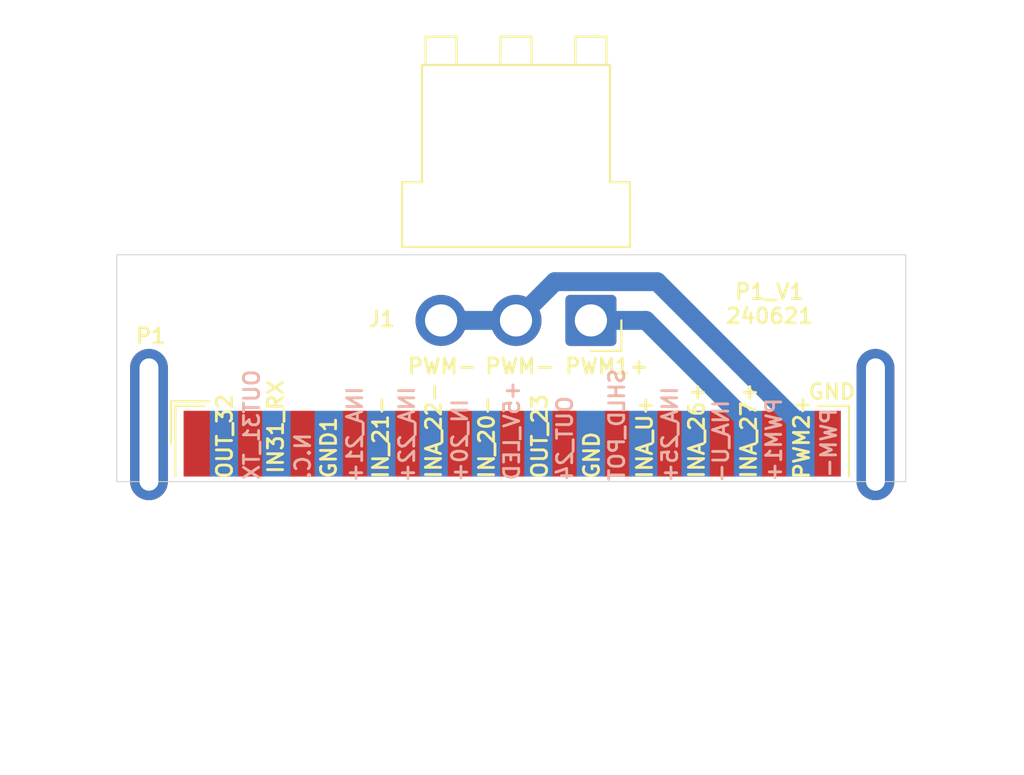
<source format=kicad_pcb>
(kicad_pcb (version 20221018) (generator pcbnew)
  (layers (0 "F.Cu" signal) (31 "B.Cu" signal) (34 "B.Paste" user) (35 "F.Paste" user) (36 "B.SilkS" user "B.Silkscreen") (37 "F.SilkS" user "F.Silkscreen") (38 "B.Mask" user) (39 "F.Mask" user) (44 "Edge.Cuts" user))
  (net 0 "")
  (net 1 "/OUT_32")
  (net 2 "/TX(OUT_31)")
  (net 3 "/(IN_31)_RX")
  (net 4 "/N.C.")
  (net 5 "/GND1(RX{slash}TX&OUT_32)")
  (net 6 "/IN_21+")
  (net 7 "/IN_21-")
  (net 8 "/INA_22+")
  (net 9 "/INA_22-")
  (net 10 "/IN_20+")
  (net 11 "/IN_20-")
  (net 12 "/+5V_LED")
  (net 13 "/OUT_23")
  (net 14 "/OUT_24")
  (net 15 "/GND(OUT_23&24)")
  (net 16 "/SHIELD_POT")
  (net 17 "/INA_U+")
  (net 18 "/(AUX)INA_25+")
  (net 19 "/INA_26+")
  (net 20 "/INA_U-")
  (net 21 "/INA_27+")
  (net 22 "/PWM1+")
  (net 23 "/(AUX)PWM2+")
  (net 24 "/PWM-")
  (net 25 "/GND1")
  (footprint "Connector_JST:JST_VH_B3PS-VH_1x03_P3.96mm_Horizontal" (layer "F.Cu") (at 129.06 81.775 180)
    (fp_text reference "J1" (at 11.06 0.075) (layer "F.SilkS") (effects (font (size 0.8 0.8))))
    (fp_text value "Conn_01x03_Pin")
    (fp_line (start -2.06 3.89) (end 9.98 3.89) (stroke (width 0.12)) (layer "F.SilkS"))
    (fp_line (start -2.06 7.31) (end -2.06 3.89) (stroke (width 0.12)) (layer "F.SilkS"))
    (fp_line (start -1.61 -1.61) (end -1.61 0) (stroke (width 0.12)) (layer "F.SilkS"))
    (fp_line (start -1.01 7.31) (end -2.06 7.31) (stroke (width 0.12)) (layer "F.SilkS"))
    (fp_line (start -1.01 13.51) (end -1.01 7.31) (stroke (width 0.12)) (layer "F.SilkS"))
    (fp_line (start -0.82 13.51) (end -0.82 15.01) (stroke (width 0.12)) (layer "F.SilkS"))
    (fp_line (start -0.82 15.01) (end 0.82 15.01) (stroke (width 0.12)) (layer "F.SilkS"))
    (fp_line (start 0 -1.61) (end -1.61 -1.61) (stroke (width 0.12)) (layer "F.SilkS"))
    (fp_line (start 0.82 15.01) (end 0.82 13.51) (stroke (width 0.12)) (layer "F.SilkS"))
    (fp_line (start 3.14 13.51) (end 3.14 15.01) (stroke (width 0.12)) (layer "F.SilkS"))
    (fp_line (start 3.14 15.01) (end 4.78 15.01) (stroke (width 0.12)) (layer "F.SilkS"))
    (fp_line (start 4.78 15.01) (end 4.78 13.51) (stroke (width 0.12)) (layer "F.SilkS"))
    (fp_line (start 7.1 13.51) (end 7.1 15.01) (stroke (width 0.12)) (layer "F.SilkS"))
    (fp_line (start 7.1 15.01) (end 8.74 15.01) (stroke (width 0.12)) (layer "F.SilkS"))
    (fp_line (start 8.74 15.01) (end 8.74 13.51) (stroke (width 0.12)) (layer "F.SilkS"))
    (fp_line (start 8.93 7.31) (end 8.93 13.51) (stroke (width 0.12)) (layer "F.SilkS"))
    (fp_line (start 8.93 13.51) (end -1.01 13.51) (stroke (width 0.12)) (layer "F.SilkS"))
    (fp_line (start 9.98 3.89) (end 9.98 7.31) (stroke (width 0.12)) (layer "F.SilkS"))
    (fp_line (start 9.98 7.31) (end 8.93 7.31) (stroke (width 0.12)) (layer "F.SilkS"))
    (pad "1" thru_hole roundrect (at 0 0 180) (size 2.7 2.7) (drill 1.7) (layers "*.Cu" "*.Mask") (roundrect_rratio 0.092593) (net 22 "/PWM1+"))
    (pad "2" thru_hole circle (at 3.96 0 180) (size 2.7 2.7) (drill 1.7) (layers "*.Cu" "*.Mask") (net 24 "/PWM-"))
    (pad "3" thru_hole circle (at 7.92 0 180) (size 2.7 2.7) (drill 1.7) (layers "*.Cu" "*.Mask") (net 24 "/PWM-"))
  )
  (footprint "Connector_Dsub:DSUB-25_Male_EdgeMount_P2.77mm_1" (layer "F.Cu") (at 124.9 88.2925)
    (fp_text reference "P1" (at -19.1 -5.6925) (layer "F.SilkS") (effects (font (size 0.8 0.8))))
    (fp_text value "DB25_Male")
    (fp_line (start -18.043333 -2.24) (end -16 -2.24) (stroke (width 0.12)) (layer "F.SilkS"))
    (fp_line (start -18.043333 0) (end -18.043333 -2.24) (stroke (width 0.12)) (layer "F.SilkS"))
    (fp_line (start -17.803333 -2) (end -17.803333 1.74) (stroke (width 0.12)) (layer "F.SilkS"))
    (fp_line (start -16.3 -2) (end -17.803333 -2) (stroke (width 0.12)) (layer "F.SilkS"))
    (fp_line (start 17.803333 -2) (end 16.2 -2) (stroke (width 0.12)) (layer "F.SilkS"))
    (fp_line (start 17.803333 1.74) (end 17.803333 -2) (stroke (width 0.12)) (layer "F.SilkS"))
    (pad "0" thru_hole oval (at -19.2 -1.01) (size 2 8) (drill oval 1 7) (layers "*.Cu" "*.Mask"))
    (pad "0" thru_hole oval (at 19.2 -1.01) (size 2 8) (drill oval 1 7) (layers "*.Cu" "*.Mask"))
    (pad "1" smd rect (at -16.62 0) (size 1.5 3.48) (layers "F.Cu" "F.Paste" "F.Mask") (net 1 "/OUT_32"))
    (pad "2" smd rect (at -13.85 0) (size 1.5 3.48) (layers "F.Cu" "F.Paste" "F.Mask") (net 3 "/(IN_31)_RX"))
    (pad "3" smd rect (at -11.08 0) (size 1.5 3.48) (layers "F.Cu" "F.Paste" "F.Mask") (net 5 "/GND1(RX{slash}TX&OUT_32)"))
    (pad "4" smd rect (at -8.31 0) (size 1.5 3.48) (layers "F.Cu" "F.Paste" "F.Mask") (net 7 "/IN_21-"))
    (pad "5" smd rect (at -5.54 0) (size 1.5 3.48) (layers "F.Cu" "F.Paste" "F.Mask") (net 9 "/INA_22-"))
    (pad "6" smd rect (at -2.77 0) (size 1.5 3.48) (layers "F.Cu" "F.Paste" "F.Mask") (net 11 "/IN_20-"))
    (pad "7" smd rect (at 0 0) (size 1.5 3.48) (layers "F.Cu" "F.Paste" "F.Mask") (net 13 "/OUT_23"))
    (pad "8" smd rect (at 2.77 0) (size 1.5 3.48) (layers "F.Cu" "F.Paste" "F.Mask") (net 15 "/GND(OUT_23&24)"))
    (pad "9" smd rect (at 5.54 0) (size 1.5 3.48) (layers "F.Cu" "F.Paste" "F.Mask") (net 17 "/INA_U+"))
    (pad "10" smd rect (at 8.31 0) (size 1.5 3.48) (layers "F.Cu" "F.Paste" "F.Mask") (net 19 "/INA_26+"))
    (pad "11" smd rect (at 11.08 0) (size 1.5 3.48) (layers "F.Cu" "F.Paste" "F.Mask") (net 21 "/INA_27+"))
    (pad "12" smd rect (at 13.85 0) (size 1.5 3.48) (layers "F.Cu" "F.Paste" "F.Mask") (net 23 "/(AUX)PWM2+"))
    (pad "13" smd rect (at 16.62 0) (size 1.5 3.48) (layers "F.Cu" "F.Paste" "F.Mask") (net 25 "/GND1"))
    (pad "14" smd rect (at -15.235 0) (size 1.5 3.48) (layers "B.Cu" "B.Paste" "B.Mask") (net 2 "/TX(OUT_31)"))
    (pad "15" smd rect (at -12.465 0) (size 1.5 3.48) (layers "B.Cu" "B.Paste" "B.Mask") (net 4 "/N.C."))
    (pad "16" smd rect (at -9.695 0) (size 1.5 3.48) (layers "B.Cu" "B.Paste" "B.Mask") (net 6 "/IN_21+"))
    (pad "17" smd rect (at -6.925 0) (size 1.5 3.48) (layers "B.Cu" "B.Paste" "B.Mask") (net 8 "/INA_22+"))
    (pad "18" smd rect (at -4.155 0) (size 1.5 3.48) (layers "B.Cu" "B.Paste" "B.Mask") (net 10 "/IN_20+"))
    (pad "19" smd rect (at -1.385 0) (size 1.5 3.48) (layers "B.Cu" "B.Paste" "B.Mask") (net 12 "/+5V_LED"))
    (pad "20" smd rect (at 1.385 0) (size 1.5 3.48) (layers "B.Cu" "B.Paste" "B.Mask") (net 14 "/OUT_24"))
    (pad "21" smd rect (at 4.155 0) (size 1.5 3.48) (layers "B.Cu" "B.Paste" "B.Mask") (net 16 "/SHIELD_POT"))
    (pad "22" smd rect (at 6.925 0) (size 1.5 3.48) (layers "B.Cu" "B.Paste" "B.Mask") (net 18 "/(AUX)INA_25+"))
    (pad "23" smd rect (at 9.695 0) (size 1.5 3.48) (layers "B.Cu" "B.Paste" "B.Mask") (net 20 "/INA_U-"))
    (pad "24" smd rect (at 12.465 0) (size 1.5 3.48) (layers "B.Cu" "B.Paste" "B.Mask") (net 22 "/PWM1+"))
    (pad "25" smd rect (at 15.235 0) (size 1.5 3.48) (layers "B.Cu" "B.Paste" "B.Mask") (net 24 "/PWM-"))
  )
  (gr_rect (start 104 78.3) (end 145.7 90.3) (stroke (width 0.05)) (fill none) (layer "Edge.Cuts"))
  (gr_text "IN_20+" (at 122.6 85.85 90) (layer "B.SilkS") (effects (font (size 0.8 0.8) (thickness 0.15) bold) (justify left bottom mirror)))
  (gr_text "INA_21+" (at 117.05 85.2 90) (layer "B.SilkS") (effects (font (size 0.8 0.8) (thickness 0.15) bold) (justify left bottom mirror)))
  (gr_text "N.C." (at 114.3 87.65 90) (layer "B.SilkS") (effects (font (size 0.8 0.8) (thickness 0.15) bold) (justify left bottom mirror)))
  (gr_text "INA_25+" (at 133.7 85.2 90) (layer "B.SilkS") (effects (font (size 0.8 0.8) (thickness 0.15) bold) (justify left bottom mirror)))
  (gr_text "OUT_24" (at 128.15 85.7 90) (layer "B.SilkS") (effects (font (size 0.8 0.8) (thickness 0.15) bold) (justify left bottom mirror)))
  (gr_text "SHLD_POT" (at 130.9 84.25 90) (layer "B.SilkS") (effects (font (size 0.8 0.8) (thickness 0.15) bold) (justify left bottom mirror)))
  (gr_text "OUT31_TX" (at 111.6 84.3 90) (layer "B.SilkS") (effects (font (size 0.8 0.8) (thickness 0.15) bold) (justify left bottom mirror)))
  (gr_text "INA_22+" (at 119.8 85.2 90) (layer "B.SilkS") (effects (font (size 0.8 0.8) (thickness 0.15) bold) (justify left bottom mirror)))
  (gr_text "INA_U-" (at 136.4 85.9 90) (layer "B.SilkS") (effects (font (size 0.8 0.8) (thickness 0.15) bold) (justify left bottom mirror)))
  (gr_text "+5V_LED" (at 125.35 84.9 90) (layer "B.SilkS") (effects (font (size 0.8 0.8) (thickness 0.15) bold) (justify left bottom mirror)))
  (gr_text "PWM1+" (at 139.2 85.8 90) (layer "B.SilkS") (effects (font (size 0.8 0.8) (thickness 0.15) bold) (justify left bottom mirror)))
  (gr_text "PWM-" (at 142.1 86.35 90) (layer "B.SilkS") (effects (font (size 0.8 0.8) (thickness 0.15) bold) (justify left bottom mirror)))
  (gr_text "PWM-" (at 121.2 84.2) (layer "F.SilkS") (effects (font (size 0.8 0.8))))
  (gr_text "PWM1+" (at 129.9 84.2) (layer "F.SilkS") (effects (font (size 0.8 0.8))))
  (gr_text "PWM2+" (at 140.2 87.95 90) (layer "F.SilkS") (effects (font (size 0.8 0.8))))
  (gr_text "INA_26+" (at 134.65 87.6 90) (layer "F.SilkS") (effects (font (size 0.8 0.8))))
  (gr_text "OUT_23" (at 126.35 87.9 90) (layer "F.SilkS") (effects (font (size 0.8 0.8))))
  (gr_text "P1_V1\n240621" (at 138.5 80.9) (layer "F.SilkS") (effects (font (size 0.8 0.8))))
  (gr_text "GND" (at 129.1 88.9 90) (layer "F.SilkS") (effects (font (size 0.8 0.8))))
  (gr_text "INA_22-" (at 120.75 87.6 90) (layer "F.SilkS") (effects (font (size 0.8 0.8))))
  (gr_text "INA_27+" (at 137.4 87.6 90) (layer "F.SilkS") (effects (font (size 0.8 0.8))))
  (gr_text "INA_U+" (at 131.9 87.95 90) (layer "F.SilkS") (effects (font (size 0.8 0.8))))
  (gr_text "GND1" (at 115.2 88.5 90) (layer "F.SilkS") (effects (font (size 0.8 0.8))))
  (gr_text "OUT_32" (at 109.7 87.9 90) (layer "F.SilkS") (effects (font (size 0.8 0.8))))
  (gr_text "GND" (at 141.8 85.55) (layer "F.SilkS") (effects (font (size 0.8 0.8))))
  (gr_text "IN_20-" (at 123.55 87.95 90) (layer "F.SilkS") (effects (font (size 0.8 0.8))))
  (gr_text "IN31_RX" (at 112.4 87.4 90) (layer "F.SilkS") (effects (font (size 0.8 0.8))))
  (gr_text "IN_21-" (at 117.95 87.95 90) (layer "F.SilkS") (effects (font (size 0.8 0.8))))
  (gr_text "PWM-" (at 125.3 84.2) (layer "F.SilkS") (effects (font (size 0.8 0.8))))
  (segment (start 137.365 88.2925) (end 137.365 87.1725) (width 1) (layer "B.Cu") (net 22))
  (segment (start 131.9675 81.775) (end 129.06 81.775) (width 1) (layer "B.Cu") (net 22))
  (segment (start 137.365 87.1725) (end 131.9675 81.775) (width 1) (layer "B.Cu") (net 22))
  (segment (start 132.5575 79.725) (end 127.15 79.725) (width 1) (layer "B.Cu") (net 24))
  (segment (start 140.135 88.2925) (end 140.135 87.3025) (width 1) (layer "B.Cu") (net 24))
  (segment (start 140.135 87.3025) (end 132.5575 79.725) (width 1) (layer "B.Cu") (net 24))
  (segment (start 127.15 79.725) (end 125.1 81.775) (width 1) (layer "B.Cu") (net 24))
  (segment (start 125.1 81.775) (end 121.14 81.775) (width 1) (layer "B.Cu") (net 24))
)
</source>
